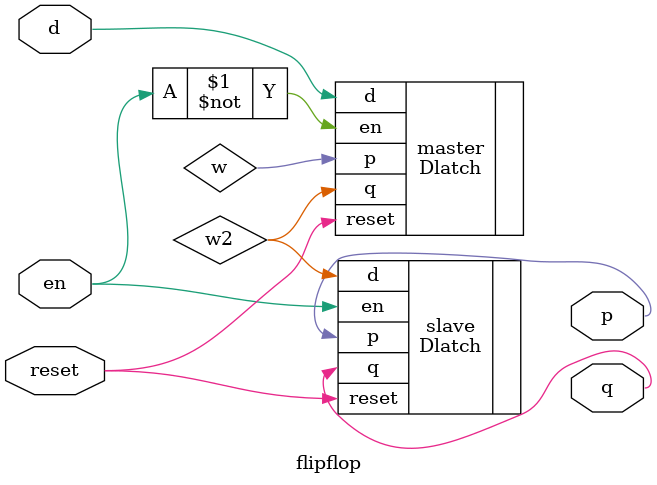
<source format=sv>
`timescale 1ns / 1ps


module flipflop(input d, input en, input reset, output q, output p);
logic w, w2;
logic r;
Dlatch master(
.d(d),
.en(~en),
.q(w2),
.reset(reset),
.p(w)
);
Dlatch slave (
.d(w2),
.en(en),
.q(q),
.reset(reset),
.p(p)
);
endmodule

</source>
